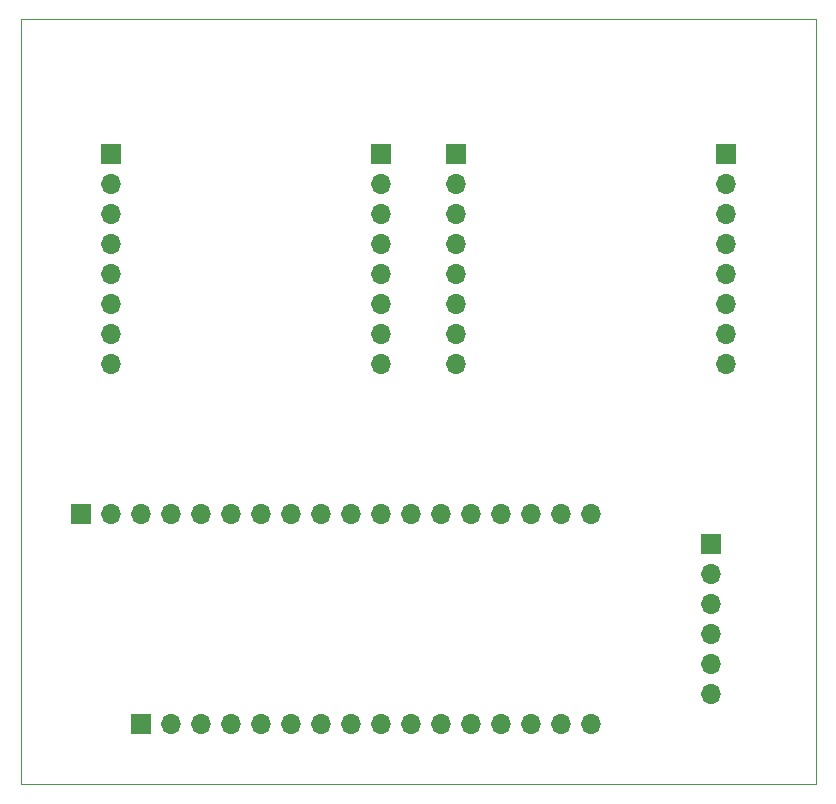
<source format=gbr>
%TF.GenerationSoftware,KiCad,Pcbnew,4.0.7*%
%TF.CreationDate,2018-03-29T14:35:10+02:00*%
%TF.ProjectId,mikrobus-board,6D696B726F6275732D626F6172642E6B,rev?*%
%TF.FileFunction,Soldermask,Top*%
%FSLAX46Y46*%
G04 Gerber Fmt 4.6, Leading zero omitted, Abs format (unit mm)*
G04 Created by KiCad (PCBNEW 4.0.7) date 03/29/18 14:35:10*
%MOMM*%
%LPD*%
G01*
G04 APERTURE LIST*
%ADD10C,0.150000*%
%ADD11C,0.100000*%
%ADD12R,1.700000X1.700000*%
%ADD13O,1.700000X1.700000*%
G04 APERTURE END LIST*
D10*
D11*
X184150000Y-100330000D02*
X184150000Y-165100000D01*
X184150000Y-165100000D02*
X182880000Y-165100000D01*
X182880000Y-100330000D02*
X184150000Y-100330000D01*
X180340000Y-100330000D02*
X182880000Y-100330000D01*
X116840000Y-100330000D02*
X116840000Y-101600000D01*
X119380000Y-100330000D02*
X116840000Y-100330000D01*
X116840000Y-101600000D02*
X116840000Y-104140000D01*
X180340000Y-165100000D02*
X182880000Y-165100000D01*
X116840000Y-106680000D02*
X116840000Y-104140000D01*
X116840000Y-165100000D02*
X119380000Y-165100000D01*
X116840000Y-106680000D02*
X116840000Y-165100000D01*
X180340000Y-165100000D02*
X119380000Y-165100000D01*
X119380000Y-100330000D02*
X180340000Y-100330000D01*
D12*
X121920000Y-142240000D03*
D13*
X124460000Y-142240000D03*
X127000000Y-142240000D03*
X129540000Y-142240000D03*
X132080000Y-142240000D03*
X134620000Y-142240000D03*
X137160000Y-142240000D03*
X139700000Y-142240000D03*
X142240000Y-142240000D03*
X144780000Y-142240000D03*
X147320000Y-142240000D03*
X149860000Y-142240000D03*
X152400000Y-142240000D03*
X154940000Y-142240000D03*
X157480000Y-142240000D03*
X160020000Y-142240000D03*
X162560000Y-142240000D03*
X165100000Y-142240000D03*
D12*
X175260000Y-144780000D03*
D13*
X175260000Y-147320000D03*
X175260000Y-149860000D03*
X175260000Y-152400000D03*
X175260000Y-154940000D03*
X175260000Y-157480000D03*
D12*
X124460000Y-111760000D03*
D13*
X124460000Y-114300000D03*
X124460000Y-116840000D03*
X124460000Y-119380000D03*
X124460000Y-121920000D03*
X124460000Y-124460000D03*
X124460000Y-127000000D03*
X124460000Y-129540000D03*
D12*
X147320000Y-111760000D03*
D13*
X147320000Y-114300000D03*
X147320000Y-116840000D03*
X147320000Y-119380000D03*
X147320000Y-121920000D03*
X147320000Y-124460000D03*
X147320000Y-127000000D03*
X147320000Y-129540000D03*
D12*
X153670000Y-111760000D03*
D13*
X153670000Y-114300000D03*
X153670000Y-116840000D03*
X153670000Y-119380000D03*
X153670000Y-121920000D03*
X153670000Y-124460000D03*
X153670000Y-127000000D03*
X153670000Y-129540000D03*
D12*
X176530000Y-111760000D03*
D13*
X176530000Y-114300000D03*
X176530000Y-116840000D03*
X176530000Y-119380000D03*
X176530000Y-121920000D03*
X176530000Y-124460000D03*
X176530000Y-127000000D03*
X176530000Y-129540000D03*
D12*
X127000000Y-160020000D03*
D13*
X129540000Y-160020000D03*
X132080000Y-160020000D03*
X134620000Y-160020000D03*
X137160000Y-160020000D03*
X139700000Y-160020000D03*
X142240000Y-160020000D03*
X144780000Y-160020000D03*
X147320000Y-160020000D03*
X149860000Y-160020000D03*
X152400000Y-160020000D03*
X154940000Y-160020000D03*
X157480000Y-160020000D03*
X160020000Y-160020000D03*
X162560000Y-160020000D03*
X165100000Y-160020000D03*
M02*

</source>
